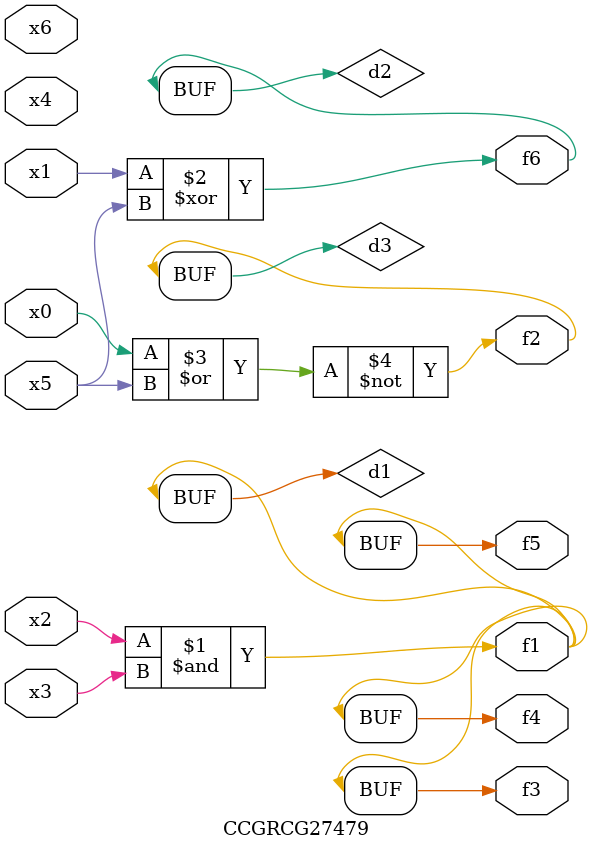
<source format=v>
module CCGRCG27479(
	input x0, x1, x2, x3, x4, x5, x6,
	output f1, f2, f3, f4, f5, f6
);

	wire d1, d2, d3;

	and (d1, x2, x3);
	xor (d2, x1, x5);
	nor (d3, x0, x5);
	assign f1 = d1;
	assign f2 = d3;
	assign f3 = d1;
	assign f4 = d1;
	assign f5 = d1;
	assign f6 = d2;
endmodule

</source>
